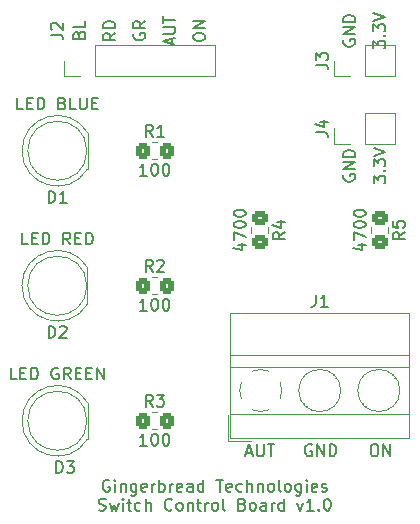
<source format=gbr>
%TF.GenerationSoftware,KiCad,Pcbnew,(6.0.9)*%
%TF.CreationDate,2023-08-13T20:03:35-07:00*%
%TF.ProjectId,LED_and_Switch_board,4c45445f-616e-4645-9f53-77697463685f,rev?*%
%TF.SameCoordinates,Original*%
%TF.FileFunction,Legend,Top*%
%TF.FilePolarity,Positive*%
%FSLAX46Y46*%
G04 Gerber Fmt 4.6, Leading zero omitted, Abs format (unit mm)*
G04 Created by KiCad (PCBNEW (6.0.9)) date 2023-08-13 20:03:35*
%MOMM*%
%LPD*%
G01*
G04 APERTURE LIST*
G04 Aperture macros list*
%AMRoundRect*
0 Rectangle with rounded corners*
0 $1 Rounding radius*
0 $2 $3 $4 $5 $6 $7 $8 $9 X,Y pos of 4 corners*
0 Add a 4 corners polygon primitive as box body*
4,1,4,$2,$3,$4,$5,$6,$7,$8,$9,$2,$3,0*
0 Add four circle primitives for the rounded corners*
1,1,$1+$1,$2,$3*
1,1,$1+$1,$4,$5*
1,1,$1+$1,$6,$7*
1,1,$1+$1,$8,$9*
0 Add four rect primitives between the rounded corners*
20,1,$1+$1,$2,$3,$4,$5,0*
20,1,$1+$1,$4,$5,$6,$7,0*
20,1,$1+$1,$6,$7,$8,$9,0*
20,1,$1+$1,$8,$9,$2,$3,0*%
G04 Aperture macros list end*
%ADD10C,0.150000*%
%ADD11C,0.120000*%
%ADD12R,1.700000X1.700000*%
%ADD13O,1.700000X1.700000*%
%ADD14R,2.800000X2.800000*%
%ADD15C,2.800000*%
%ADD16RoundRect,0.250000X-0.450000X0.350000X-0.450000X-0.350000X0.450000X-0.350000X0.450000X0.350000X0*%
%ADD17RoundRect,0.250000X-0.350000X-0.450000X0.350000X-0.450000X0.350000X0.450000X-0.350000X0.450000X0*%
%ADD18C,1.800000*%
%ADD19R,1.800000X1.800000*%
G04 APERTURE END LIST*
D10*
X155075000Y-96011904D02*
X155027380Y-96107142D01*
X155027380Y-96250000D01*
X155075000Y-96392857D01*
X155170238Y-96488095D01*
X155265476Y-96535714D01*
X155455952Y-96583333D01*
X155598809Y-96583333D01*
X155789285Y-96535714D01*
X155884523Y-96488095D01*
X155979761Y-96392857D01*
X156027380Y-96250000D01*
X156027380Y-96154761D01*
X155979761Y-96011904D01*
X155932142Y-95964285D01*
X155598809Y-95964285D01*
X155598809Y-96154761D01*
X156027380Y-95535714D02*
X155027380Y-95535714D01*
X156027380Y-94964285D01*
X155027380Y-94964285D01*
X156027380Y-94488095D02*
X155027380Y-94488095D01*
X155027380Y-94250000D01*
X155075000Y-94107142D01*
X155170238Y-94011904D01*
X155265476Y-93964285D01*
X155455952Y-93916666D01*
X155598809Y-93916666D01*
X155789285Y-93964285D01*
X155884523Y-94011904D01*
X155979761Y-94107142D01*
X156027380Y-94250000D01*
X156027380Y-94488095D01*
X157597380Y-96726190D02*
X157597380Y-96107142D01*
X157978333Y-96440476D01*
X157978333Y-96297619D01*
X158025952Y-96202380D01*
X158073571Y-96154761D01*
X158168809Y-96107142D01*
X158406904Y-96107142D01*
X158502142Y-96154761D01*
X158549761Y-96202380D01*
X158597380Y-96297619D01*
X158597380Y-96583333D01*
X158549761Y-96678571D01*
X158502142Y-96726190D01*
X158502142Y-95678571D02*
X158549761Y-95630952D01*
X158597380Y-95678571D01*
X158549761Y-95726190D01*
X158502142Y-95678571D01*
X158597380Y-95678571D01*
X157597380Y-95297619D02*
X157597380Y-94678571D01*
X157978333Y-95011904D01*
X157978333Y-94869047D01*
X158025952Y-94773809D01*
X158073571Y-94726190D01*
X158168809Y-94678571D01*
X158406904Y-94678571D01*
X158502142Y-94726190D01*
X158549761Y-94773809D01*
X158597380Y-94869047D01*
X158597380Y-95154761D01*
X158549761Y-95250000D01*
X158502142Y-95297619D01*
X157597380Y-94392857D02*
X158597380Y-94059523D01*
X157597380Y-93726190D01*
X135216428Y-121885000D02*
X135121190Y-121837380D01*
X134978333Y-121837380D01*
X134835476Y-121885000D01*
X134740238Y-121980238D01*
X134692619Y-122075476D01*
X134645000Y-122265952D01*
X134645000Y-122408809D01*
X134692619Y-122599285D01*
X134740238Y-122694523D01*
X134835476Y-122789761D01*
X134978333Y-122837380D01*
X135073571Y-122837380D01*
X135216428Y-122789761D01*
X135264047Y-122742142D01*
X135264047Y-122408809D01*
X135073571Y-122408809D01*
X135692619Y-122837380D02*
X135692619Y-122170714D01*
X135692619Y-121837380D02*
X135645000Y-121885000D01*
X135692619Y-121932619D01*
X135740238Y-121885000D01*
X135692619Y-121837380D01*
X135692619Y-121932619D01*
X136168809Y-122170714D02*
X136168809Y-122837380D01*
X136168809Y-122265952D02*
X136216428Y-122218333D01*
X136311666Y-122170714D01*
X136454523Y-122170714D01*
X136549761Y-122218333D01*
X136597380Y-122313571D01*
X136597380Y-122837380D01*
X137502142Y-122170714D02*
X137502142Y-122980238D01*
X137454523Y-123075476D01*
X137406904Y-123123095D01*
X137311666Y-123170714D01*
X137168809Y-123170714D01*
X137073571Y-123123095D01*
X137502142Y-122789761D02*
X137406904Y-122837380D01*
X137216428Y-122837380D01*
X137121190Y-122789761D01*
X137073571Y-122742142D01*
X137025952Y-122646904D01*
X137025952Y-122361190D01*
X137073571Y-122265952D01*
X137121190Y-122218333D01*
X137216428Y-122170714D01*
X137406904Y-122170714D01*
X137502142Y-122218333D01*
X138359285Y-122789761D02*
X138264047Y-122837380D01*
X138073571Y-122837380D01*
X137978333Y-122789761D01*
X137930714Y-122694523D01*
X137930714Y-122313571D01*
X137978333Y-122218333D01*
X138073571Y-122170714D01*
X138264047Y-122170714D01*
X138359285Y-122218333D01*
X138406904Y-122313571D01*
X138406904Y-122408809D01*
X137930714Y-122504047D01*
X138835476Y-122837380D02*
X138835476Y-122170714D01*
X138835476Y-122361190D02*
X138883095Y-122265952D01*
X138930714Y-122218333D01*
X139025952Y-122170714D01*
X139121190Y-122170714D01*
X139454523Y-122837380D02*
X139454523Y-121837380D01*
X139454523Y-122218333D02*
X139549761Y-122170714D01*
X139740238Y-122170714D01*
X139835476Y-122218333D01*
X139883095Y-122265952D01*
X139930714Y-122361190D01*
X139930714Y-122646904D01*
X139883095Y-122742142D01*
X139835476Y-122789761D01*
X139740238Y-122837380D01*
X139549761Y-122837380D01*
X139454523Y-122789761D01*
X140359285Y-122837380D02*
X140359285Y-122170714D01*
X140359285Y-122361190D02*
X140406904Y-122265952D01*
X140454523Y-122218333D01*
X140549761Y-122170714D01*
X140645000Y-122170714D01*
X141359285Y-122789761D02*
X141264047Y-122837380D01*
X141073571Y-122837380D01*
X140978333Y-122789761D01*
X140930714Y-122694523D01*
X140930714Y-122313571D01*
X140978333Y-122218333D01*
X141073571Y-122170714D01*
X141264047Y-122170714D01*
X141359285Y-122218333D01*
X141406904Y-122313571D01*
X141406904Y-122408809D01*
X140930714Y-122504047D01*
X142264047Y-122837380D02*
X142264047Y-122313571D01*
X142216428Y-122218333D01*
X142121190Y-122170714D01*
X141930714Y-122170714D01*
X141835476Y-122218333D01*
X142264047Y-122789761D02*
X142168809Y-122837380D01*
X141930714Y-122837380D01*
X141835476Y-122789761D01*
X141787857Y-122694523D01*
X141787857Y-122599285D01*
X141835476Y-122504047D01*
X141930714Y-122456428D01*
X142168809Y-122456428D01*
X142264047Y-122408809D01*
X143168809Y-122837380D02*
X143168809Y-121837380D01*
X143168809Y-122789761D02*
X143073571Y-122837380D01*
X142883095Y-122837380D01*
X142787857Y-122789761D01*
X142740238Y-122742142D01*
X142692619Y-122646904D01*
X142692619Y-122361190D01*
X142740238Y-122265952D01*
X142787857Y-122218333D01*
X142883095Y-122170714D01*
X143073571Y-122170714D01*
X143168809Y-122218333D01*
X144264047Y-121837380D02*
X144835476Y-121837380D01*
X144549761Y-122837380D02*
X144549761Y-121837380D01*
X145549761Y-122789761D02*
X145454523Y-122837380D01*
X145264047Y-122837380D01*
X145168809Y-122789761D01*
X145121190Y-122694523D01*
X145121190Y-122313571D01*
X145168809Y-122218333D01*
X145264047Y-122170714D01*
X145454523Y-122170714D01*
X145549761Y-122218333D01*
X145597380Y-122313571D01*
X145597380Y-122408809D01*
X145121190Y-122504047D01*
X146454523Y-122789761D02*
X146359285Y-122837380D01*
X146168809Y-122837380D01*
X146073571Y-122789761D01*
X146025952Y-122742142D01*
X145978333Y-122646904D01*
X145978333Y-122361190D01*
X146025952Y-122265952D01*
X146073571Y-122218333D01*
X146168809Y-122170714D01*
X146359285Y-122170714D01*
X146454523Y-122218333D01*
X146883095Y-122837380D02*
X146883095Y-121837380D01*
X147311666Y-122837380D02*
X147311666Y-122313571D01*
X147264047Y-122218333D01*
X147168809Y-122170714D01*
X147025952Y-122170714D01*
X146930714Y-122218333D01*
X146883095Y-122265952D01*
X147787857Y-122170714D02*
X147787857Y-122837380D01*
X147787857Y-122265952D02*
X147835476Y-122218333D01*
X147930714Y-122170714D01*
X148073571Y-122170714D01*
X148168809Y-122218333D01*
X148216428Y-122313571D01*
X148216428Y-122837380D01*
X148835476Y-122837380D02*
X148740238Y-122789761D01*
X148692619Y-122742142D01*
X148645000Y-122646904D01*
X148645000Y-122361190D01*
X148692619Y-122265952D01*
X148740238Y-122218333D01*
X148835476Y-122170714D01*
X148978333Y-122170714D01*
X149073571Y-122218333D01*
X149121190Y-122265952D01*
X149168809Y-122361190D01*
X149168809Y-122646904D01*
X149121190Y-122742142D01*
X149073571Y-122789761D01*
X148978333Y-122837380D01*
X148835476Y-122837380D01*
X149740238Y-122837380D02*
X149645000Y-122789761D01*
X149597380Y-122694523D01*
X149597380Y-121837380D01*
X150264047Y-122837380D02*
X150168809Y-122789761D01*
X150121190Y-122742142D01*
X150073571Y-122646904D01*
X150073571Y-122361190D01*
X150121190Y-122265952D01*
X150168809Y-122218333D01*
X150264047Y-122170714D01*
X150406904Y-122170714D01*
X150502142Y-122218333D01*
X150549761Y-122265952D01*
X150597380Y-122361190D01*
X150597380Y-122646904D01*
X150549761Y-122742142D01*
X150502142Y-122789761D01*
X150406904Y-122837380D01*
X150264047Y-122837380D01*
X151454523Y-122170714D02*
X151454523Y-122980238D01*
X151406904Y-123075476D01*
X151359285Y-123123095D01*
X151264047Y-123170714D01*
X151121190Y-123170714D01*
X151025952Y-123123095D01*
X151454523Y-122789761D02*
X151359285Y-122837380D01*
X151168809Y-122837380D01*
X151073571Y-122789761D01*
X151025952Y-122742142D01*
X150978333Y-122646904D01*
X150978333Y-122361190D01*
X151025952Y-122265952D01*
X151073571Y-122218333D01*
X151168809Y-122170714D01*
X151359285Y-122170714D01*
X151454523Y-122218333D01*
X151930714Y-122837380D02*
X151930714Y-122170714D01*
X151930714Y-121837380D02*
X151883095Y-121885000D01*
X151930714Y-121932619D01*
X151978333Y-121885000D01*
X151930714Y-121837380D01*
X151930714Y-121932619D01*
X152787857Y-122789761D02*
X152692619Y-122837380D01*
X152502142Y-122837380D01*
X152406904Y-122789761D01*
X152359285Y-122694523D01*
X152359285Y-122313571D01*
X152406904Y-122218333D01*
X152502142Y-122170714D01*
X152692619Y-122170714D01*
X152787857Y-122218333D01*
X152835476Y-122313571D01*
X152835476Y-122408809D01*
X152359285Y-122504047D01*
X153216428Y-122789761D02*
X153311666Y-122837380D01*
X153502142Y-122837380D01*
X153597380Y-122789761D01*
X153645000Y-122694523D01*
X153645000Y-122646904D01*
X153597380Y-122551666D01*
X153502142Y-122504047D01*
X153359285Y-122504047D01*
X153264047Y-122456428D01*
X153216428Y-122361190D01*
X153216428Y-122313571D01*
X153264047Y-122218333D01*
X153359285Y-122170714D01*
X153502142Y-122170714D01*
X153597380Y-122218333D01*
X134335476Y-124399761D02*
X134478333Y-124447380D01*
X134716428Y-124447380D01*
X134811666Y-124399761D01*
X134859285Y-124352142D01*
X134906904Y-124256904D01*
X134906904Y-124161666D01*
X134859285Y-124066428D01*
X134811666Y-124018809D01*
X134716428Y-123971190D01*
X134525952Y-123923571D01*
X134430714Y-123875952D01*
X134383095Y-123828333D01*
X134335476Y-123733095D01*
X134335476Y-123637857D01*
X134383095Y-123542619D01*
X134430714Y-123495000D01*
X134525952Y-123447380D01*
X134764047Y-123447380D01*
X134906904Y-123495000D01*
X135240238Y-123780714D02*
X135430714Y-124447380D01*
X135621190Y-123971190D01*
X135811666Y-124447380D01*
X136002142Y-123780714D01*
X136383095Y-124447380D02*
X136383095Y-123780714D01*
X136383095Y-123447380D02*
X136335476Y-123495000D01*
X136383095Y-123542619D01*
X136430714Y-123495000D01*
X136383095Y-123447380D01*
X136383095Y-123542619D01*
X136716428Y-123780714D02*
X137097380Y-123780714D01*
X136859285Y-123447380D02*
X136859285Y-124304523D01*
X136906904Y-124399761D01*
X137002142Y-124447380D01*
X137097380Y-124447380D01*
X137859285Y-124399761D02*
X137764047Y-124447380D01*
X137573571Y-124447380D01*
X137478333Y-124399761D01*
X137430714Y-124352142D01*
X137383095Y-124256904D01*
X137383095Y-123971190D01*
X137430714Y-123875952D01*
X137478333Y-123828333D01*
X137573571Y-123780714D01*
X137764047Y-123780714D01*
X137859285Y-123828333D01*
X138287857Y-124447380D02*
X138287857Y-123447380D01*
X138716428Y-124447380D02*
X138716428Y-123923571D01*
X138668809Y-123828333D01*
X138573571Y-123780714D01*
X138430714Y-123780714D01*
X138335476Y-123828333D01*
X138287857Y-123875952D01*
X140525952Y-124352142D02*
X140478333Y-124399761D01*
X140335476Y-124447380D01*
X140240238Y-124447380D01*
X140097380Y-124399761D01*
X140002142Y-124304523D01*
X139954523Y-124209285D01*
X139906904Y-124018809D01*
X139906904Y-123875952D01*
X139954523Y-123685476D01*
X140002142Y-123590238D01*
X140097380Y-123495000D01*
X140240238Y-123447380D01*
X140335476Y-123447380D01*
X140478333Y-123495000D01*
X140525952Y-123542619D01*
X141097380Y-124447380D02*
X141002142Y-124399761D01*
X140954523Y-124352142D01*
X140906904Y-124256904D01*
X140906904Y-123971190D01*
X140954523Y-123875952D01*
X141002142Y-123828333D01*
X141097380Y-123780714D01*
X141240238Y-123780714D01*
X141335476Y-123828333D01*
X141383095Y-123875952D01*
X141430714Y-123971190D01*
X141430714Y-124256904D01*
X141383095Y-124352142D01*
X141335476Y-124399761D01*
X141240238Y-124447380D01*
X141097380Y-124447380D01*
X141859285Y-123780714D02*
X141859285Y-124447380D01*
X141859285Y-123875952D02*
X141906904Y-123828333D01*
X142002142Y-123780714D01*
X142145000Y-123780714D01*
X142240238Y-123828333D01*
X142287857Y-123923571D01*
X142287857Y-124447380D01*
X142621190Y-123780714D02*
X143002142Y-123780714D01*
X142764047Y-123447380D02*
X142764047Y-124304523D01*
X142811666Y-124399761D01*
X142906904Y-124447380D01*
X143002142Y-124447380D01*
X143335476Y-124447380D02*
X143335476Y-123780714D01*
X143335476Y-123971190D02*
X143383095Y-123875952D01*
X143430714Y-123828333D01*
X143525952Y-123780714D01*
X143621190Y-123780714D01*
X144097380Y-124447380D02*
X144002142Y-124399761D01*
X143954523Y-124352142D01*
X143906904Y-124256904D01*
X143906904Y-123971190D01*
X143954523Y-123875952D01*
X144002142Y-123828333D01*
X144097380Y-123780714D01*
X144240238Y-123780714D01*
X144335476Y-123828333D01*
X144383095Y-123875952D01*
X144430714Y-123971190D01*
X144430714Y-124256904D01*
X144383095Y-124352142D01*
X144335476Y-124399761D01*
X144240238Y-124447380D01*
X144097380Y-124447380D01*
X145002142Y-124447380D02*
X144906904Y-124399761D01*
X144859285Y-124304523D01*
X144859285Y-123447380D01*
X146478333Y-123923571D02*
X146621190Y-123971190D01*
X146668809Y-124018809D01*
X146716428Y-124114047D01*
X146716428Y-124256904D01*
X146668809Y-124352142D01*
X146621190Y-124399761D01*
X146525952Y-124447380D01*
X146145000Y-124447380D01*
X146145000Y-123447380D01*
X146478333Y-123447380D01*
X146573571Y-123495000D01*
X146621190Y-123542619D01*
X146668809Y-123637857D01*
X146668809Y-123733095D01*
X146621190Y-123828333D01*
X146573571Y-123875952D01*
X146478333Y-123923571D01*
X146145000Y-123923571D01*
X147287857Y-124447380D02*
X147192619Y-124399761D01*
X147145000Y-124352142D01*
X147097380Y-124256904D01*
X147097380Y-123971190D01*
X147145000Y-123875952D01*
X147192619Y-123828333D01*
X147287857Y-123780714D01*
X147430714Y-123780714D01*
X147525952Y-123828333D01*
X147573571Y-123875952D01*
X147621190Y-123971190D01*
X147621190Y-124256904D01*
X147573571Y-124352142D01*
X147525952Y-124399761D01*
X147430714Y-124447380D01*
X147287857Y-124447380D01*
X148478333Y-124447380D02*
X148478333Y-123923571D01*
X148430714Y-123828333D01*
X148335476Y-123780714D01*
X148145000Y-123780714D01*
X148049761Y-123828333D01*
X148478333Y-124399761D02*
X148383095Y-124447380D01*
X148145000Y-124447380D01*
X148049761Y-124399761D01*
X148002142Y-124304523D01*
X148002142Y-124209285D01*
X148049761Y-124114047D01*
X148145000Y-124066428D01*
X148383095Y-124066428D01*
X148478333Y-124018809D01*
X148954523Y-124447380D02*
X148954523Y-123780714D01*
X148954523Y-123971190D02*
X149002142Y-123875952D01*
X149049761Y-123828333D01*
X149145000Y-123780714D01*
X149240238Y-123780714D01*
X150002142Y-124447380D02*
X150002142Y-123447380D01*
X150002142Y-124399761D02*
X149906904Y-124447380D01*
X149716428Y-124447380D01*
X149621190Y-124399761D01*
X149573571Y-124352142D01*
X149525952Y-124256904D01*
X149525952Y-123971190D01*
X149573571Y-123875952D01*
X149621190Y-123828333D01*
X149716428Y-123780714D01*
X149906904Y-123780714D01*
X150002142Y-123828333D01*
X151145000Y-123780714D02*
X151383095Y-124447380D01*
X151621190Y-123780714D01*
X152525952Y-124447380D02*
X151954523Y-124447380D01*
X152240238Y-124447380D02*
X152240238Y-123447380D01*
X152145000Y-123590238D01*
X152049761Y-123685476D01*
X151954523Y-123733095D01*
X152954523Y-124352142D02*
X153002142Y-124399761D01*
X152954523Y-124447380D01*
X152906904Y-124399761D01*
X152954523Y-124352142D01*
X152954523Y-124447380D01*
X153621190Y-123447380D02*
X153716428Y-123447380D01*
X153811666Y-123495000D01*
X153859285Y-123542619D01*
X153906904Y-123637857D01*
X153954523Y-123828333D01*
X153954523Y-124066428D01*
X153906904Y-124256904D01*
X153859285Y-124352142D01*
X153811666Y-124399761D01*
X153716428Y-124447380D01*
X153621190Y-124447380D01*
X153525952Y-124399761D01*
X153478333Y-124352142D01*
X153430714Y-124256904D01*
X153383095Y-124066428D01*
X153383095Y-123828333D01*
X153430714Y-123637857D01*
X153478333Y-123542619D01*
X153525952Y-123495000D01*
X153621190Y-123447380D01*
%TO.C,J4*%
X152697380Y-92408333D02*
X153411666Y-92408333D01*
X153554523Y-92455952D01*
X153649761Y-92551190D01*
X153697380Y-92694047D01*
X153697380Y-92789285D01*
X153030714Y-91503571D02*
X153697380Y-91503571D01*
X152649761Y-91741666D02*
X153364047Y-91979761D01*
X153364047Y-91360714D01*
%TO.C,J1*%
X152701666Y-106172380D02*
X152701666Y-106886666D01*
X152654047Y-107029523D01*
X152558809Y-107124761D01*
X152415952Y-107172380D01*
X152320714Y-107172380D01*
X153701666Y-107172380D02*
X153130238Y-107172380D01*
X153415952Y-107172380D02*
X153415952Y-106172380D01*
X153320714Y-106315238D01*
X153225476Y-106410476D01*
X153130238Y-106458095D01*
X157575952Y-118832380D02*
X157766428Y-118832380D01*
X157861666Y-118880000D01*
X157956904Y-118975238D01*
X158004523Y-119165714D01*
X158004523Y-119499047D01*
X157956904Y-119689523D01*
X157861666Y-119784761D01*
X157766428Y-119832380D01*
X157575952Y-119832380D01*
X157480714Y-119784761D01*
X157385476Y-119689523D01*
X157337857Y-119499047D01*
X157337857Y-119165714D01*
X157385476Y-118975238D01*
X157480714Y-118880000D01*
X157575952Y-118832380D01*
X158433095Y-119832380D02*
X158433095Y-118832380D01*
X159004523Y-119832380D01*
X159004523Y-118832380D01*
X152353095Y-118880000D02*
X152257857Y-118832380D01*
X152115000Y-118832380D01*
X151972142Y-118880000D01*
X151876904Y-118975238D01*
X151829285Y-119070476D01*
X151781666Y-119260952D01*
X151781666Y-119403809D01*
X151829285Y-119594285D01*
X151876904Y-119689523D01*
X151972142Y-119784761D01*
X152115000Y-119832380D01*
X152210238Y-119832380D01*
X152353095Y-119784761D01*
X152400714Y-119737142D01*
X152400714Y-119403809D01*
X152210238Y-119403809D01*
X152829285Y-119832380D02*
X152829285Y-118832380D01*
X153400714Y-119832380D01*
X153400714Y-118832380D01*
X153876904Y-119832380D02*
X153876904Y-118832380D01*
X154115000Y-118832380D01*
X154257857Y-118880000D01*
X154353095Y-118975238D01*
X154400714Y-119070476D01*
X154448333Y-119260952D01*
X154448333Y-119403809D01*
X154400714Y-119594285D01*
X154353095Y-119689523D01*
X154257857Y-119784761D01*
X154115000Y-119832380D01*
X153876904Y-119832380D01*
X146812142Y-119546666D02*
X147288333Y-119546666D01*
X146716904Y-119832380D02*
X147050238Y-118832380D01*
X147383571Y-119832380D01*
X147716904Y-118832380D02*
X147716904Y-119641904D01*
X147764523Y-119737142D01*
X147812142Y-119784761D01*
X147907380Y-119832380D01*
X148097857Y-119832380D01*
X148193095Y-119784761D01*
X148240714Y-119737142D01*
X148288333Y-119641904D01*
X148288333Y-118832380D01*
X148621666Y-118832380D02*
X149193095Y-118832380D01*
X148907380Y-119832380D02*
X148907380Y-118832380D01*
%TO.C,J3*%
X152697380Y-86693333D02*
X153411666Y-86693333D01*
X153554523Y-86740952D01*
X153649761Y-86836190D01*
X153697380Y-86979047D01*
X153697380Y-87074285D01*
X152697380Y-86312380D02*
X152697380Y-85693333D01*
X153078333Y-86026666D01*
X153078333Y-85883809D01*
X153125952Y-85788571D01*
X153173571Y-85740952D01*
X153268809Y-85693333D01*
X153506904Y-85693333D01*
X153602142Y-85740952D01*
X153649761Y-85788571D01*
X153697380Y-85883809D01*
X153697380Y-86169523D01*
X153649761Y-86264761D01*
X153602142Y-86312380D01*
X157567380Y-85296190D02*
X157567380Y-84677142D01*
X157948333Y-85010476D01*
X157948333Y-84867619D01*
X157995952Y-84772380D01*
X158043571Y-84724761D01*
X158138809Y-84677142D01*
X158376904Y-84677142D01*
X158472142Y-84724761D01*
X158519761Y-84772380D01*
X158567380Y-84867619D01*
X158567380Y-85153333D01*
X158519761Y-85248571D01*
X158472142Y-85296190D01*
X158472142Y-84248571D02*
X158519761Y-84200952D01*
X158567380Y-84248571D01*
X158519761Y-84296190D01*
X158472142Y-84248571D01*
X158567380Y-84248571D01*
X157567380Y-83867619D02*
X157567380Y-83248571D01*
X157948333Y-83581904D01*
X157948333Y-83439047D01*
X157995952Y-83343809D01*
X158043571Y-83296190D01*
X158138809Y-83248571D01*
X158376904Y-83248571D01*
X158472142Y-83296190D01*
X158519761Y-83343809D01*
X158567380Y-83439047D01*
X158567380Y-83724761D01*
X158519761Y-83820000D01*
X158472142Y-83867619D01*
X157567380Y-82962857D02*
X158567380Y-82629523D01*
X157567380Y-82296190D01*
X155075000Y-84581904D02*
X155027380Y-84677142D01*
X155027380Y-84820000D01*
X155075000Y-84962857D01*
X155170238Y-85058095D01*
X155265476Y-85105714D01*
X155455952Y-85153333D01*
X155598809Y-85153333D01*
X155789285Y-85105714D01*
X155884523Y-85058095D01*
X155979761Y-84962857D01*
X156027380Y-84820000D01*
X156027380Y-84724761D01*
X155979761Y-84581904D01*
X155932142Y-84534285D01*
X155598809Y-84534285D01*
X155598809Y-84724761D01*
X156027380Y-84105714D02*
X155027380Y-84105714D01*
X156027380Y-83534285D01*
X155027380Y-83534285D01*
X156027380Y-83058095D02*
X155027380Y-83058095D01*
X155027380Y-82820000D01*
X155075000Y-82677142D01*
X155170238Y-82581904D01*
X155265476Y-82534285D01*
X155455952Y-82486666D01*
X155598809Y-82486666D01*
X155789285Y-82534285D01*
X155884523Y-82581904D01*
X155979761Y-82677142D01*
X156027380Y-82820000D01*
X156027380Y-83058095D01*
%TO.C,J2*%
X130262380Y-84153333D02*
X130976666Y-84153333D01*
X131119523Y-84200952D01*
X131214761Y-84296190D01*
X131262380Y-84439047D01*
X131262380Y-84534285D01*
X130357619Y-83724761D02*
X130310000Y-83677142D01*
X130262380Y-83581904D01*
X130262380Y-83343809D01*
X130310000Y-83248571D01*
X130357619Y-83200952D01*
X130452857Y-83153333D01*
X130548095Y-83153333D01*
X130690952Y-83200952D01*
X131262380Y-83772380D01*
X131262380Y-83153333D01*
X132648571Y-84153333D02*
X132696190Y-84010476D01*
X132743809Y-83962857D01*
X132839047Y-83915238D01*
X132981904Y-83915238D01*
X133077142Y-83962857D01*
X133124761Y-84010476D01*
X133172380Y-84105714D01*
X133172380Y-84486666D01*
X132172380Y-84486666D01*
X132172380Y-84153333D01*
X132220000Y-84058095D01*
X132267619Y-84010476D01*
X132362857Y-83962857D01*
X132458095Y-83962857D01*
X132553333Y-84010476D01*
X132600952Y-84058095D01*
X132648571Y-84153333D01*
X132648571Y-84486666D01*
X133172380Y-83010476D02*
X133172380Y-83486666D01*
X132172380Y-83486666D01*
X135712380Y-84010476D02*
X135236190Y-84343809D01*
X135712380Y-84581904D02*
X134712380Y-84581904D01*
X134712380Y-84200952D01*
X134760000Y-84105714D01*
X134807619Y-84058095D01*
X134902857Y-84010476D01*
X135045714Y-84010476D01*
X135140952Y-84058095D01*
X135188571Y-84105714D01*
X135236190Y-84200952D01*
X135236190Y-84581904D01*
X135712380Y-83581904D02*
X134712380Y-83581904D01*
X134712380Y-83343809D01*
X134760000Y-83200952D01*
X134855238Y-83105714D01*
X134950476Y-83058095D01*
X135140952Y-83010476D01*
X135283809Y-83010476D01*
X135474285Y-83058095D01*
X135569523Y-83105714D01*
X135664761Y-83200952D01*
X135712380Y-83343809D01*
X135712380Y-83581904D01*
X137300000Y-84058095D02*
X137252380Y-84153333D01*
X137252380Y-84296190D01*
X137300000Y-84439047D01*
X137395238Y-84534285D01*
X137490476Y-84581904D01*
X137680952Y-84629523D01*
X137823809Y-84629523D01*
X138014285Y-84581904D01*
X138109523Y-84534285D01*
X138204761Y-84439047D01*
X138252380Y-84296190D01*
X138252380Y-84200952D01*
X138204761Y-84058095D01*
X138157142Y-84010476D01*
X137823809Y-84010476D01*
X137823809Y-84200952D01*
X138252380Y-83010476D02*
X137776190Y-83343809D01*
X138252380Y-83581904D02*
X137252380Y-83581904D01*
X137252380Y-83200952D01*
X137300000Y-83105714D01*
X137347619Y-83058095D01*
X137442857Y-83010476D01*
X137585714Y-83010476D01*
X137680952Y-83058095D01*
X137728571Y-83105714D01*
X137776190Y-83200952D01*
X137776190Y-83581904D01*
X140506666Y-84962857D02*
X140506666Y-84486666D01*
X140792380Y-85058095D02*
X139792380Y-84724761D01*
X140792380Y-84391428D01*
X139792380Y-84058095D02*
X140601904Y-84058095D01*
X140697142Y-84010476D01*
X140744761Y-83962857D01*
X140792380Y-83867619D01*
X140792380Y-83677142D01*
X140744761Y-83581904D01*
X140697142Y-83534285D01*
X140601904Y-83486666D01*
X139792380Y-83486666D01*
X139792380Y-83153333D02*
X139792380Y-82581904D01*
X140792380Y-82867619D02*
X139792380Y-82867619D01*
X142332380Y-84439047D02*
X142332380Y-84248571D01*
X142380000Y-84153333D01*
X142475238Y-84058095D01*
X142665714Y-84010476D01*
X142999047Y-84010476D01*
X143189523Y-84058095D01*
X143284761Y-84153333D01*
X143332380Y-84248571D01*
X143332380Y-84439047D01*
X143284761Y-84534285D01*
X143189523Y-84629523D01*
X142999047Y-84677142D01*
X142665714Y-84677142D01*
X142475238Y-84629523D01*
X142380000Y-84534285D01*
X142332380Y-84439047D01*
X143332380Y-83581904D02*
X142332380Y-83581904D01*
X143332380Y-83010476D01*
X142332380Y-83010476D01*
%TO.C,R5*%
X160217380Y-100861666D02*
X159741190Y-101195000D01*
X160217380Y-101433095D02*
X159217380Y-101433095D01*
X159217380Y-101052142D01*
X159265000Y-100956904D01*
X159312619Y-100909285D01*
X159407857Y-100861666D01*
X159550714Y-100861666D01*
X159645952Y-100909285D01*
X159693571Y-100956904D01*
X159741190Y-101052142D01*
X159741190Y-101433095D01*
X159217380Y-99956904D02*
X159217380Y-100433095D01*
X159693571Y-100480714D01*
X159645952Y-100433095D01*
X159598333Y-100337857D01*
X159598333Y-100099761D01*
X159645952Y-100004523D01*
X159693571Y-99956904D01*
X159788809Y-99909285D01*
X160026904Y-99909285D01*
X160122142Y-99956904D01*
X160169761Y-100004523D01*
X160217380Y-100099761D01*
X160217380Y-100337857D01*
X160169761Y-100433095D01*
X160122142Y-100480714D01*
X156250714Y-101933095D02*
X156917380Y-101933095D01*
X155869761Y-102171190D02*
X156584047Y-102409285D01*
X156584047Y-101790238D01*
X155917380Y-101504523D02*
X155917380Y-100837857D01*
X156917380Y-101266428D01*
X155917380Y-100266428D02*
X155917380Y-100171190D01*
X155965000Y-100075952D01*
X156012619Y-100028333D01*
X156107857Y-99980714D01*
X156298333Y-99933095D01*
X156536428Y-99933095D01*
X156726904Y-99980714D01*
X156822142Y-100028333D01*
X156869761Y-100075952D01*
X156917380Y-100171190D01*
X156917380Y-100266428D01*
X156869761Y-100361666D01*
X156822142Y-100409285D01*
X156726904Y-100456904D01*
X156536428Y-100504523D01*
X156298333Y-100504523D01*
X156107857Y-100456904D01*
X156012619Y-100409285D01*
X155965000Y-100361666D01*
X155917380Y-100266428D01*
X155917380Y-99314047D02*
X155917380Y-99218809D01*
X155965000Y-99123571D01*
X156012619Y-99075952D01*
X156107857Y-99028333D01*
X156298333Y-98980714D01*
X156536428Y-98980714D01*
X156726904Y-99028333D01*
X156822142Y-99075952D01*
X156869761Y-99123571D01*
X156917380Y-99218809D01*
X156917380Y-99314047D01*
X156869761Y-99409285D01*
X156822142Y-99456904D01*
X156726904Y-99504523D01*
X156536428Y-99552142D01*
X156298333Y-99552142D01*
X156107857Y-99504523D01*
X156012619Y-99456904D01*
X155965000Y-99409285D01*
X155917380Y-99314047D01*
%TO.C,R4*%
X150057380Y-100861666D02*
X149581190Y-101195000D01*
X150057380Y-101433095D02*
X149057380Y-101433095D01*
X149057380Y-101052142D01*
X149105000Y-100956904D01*
X149152619Y-100909285D01*
X149247857Y-100861666D01*
X149390714Y-100861666D01*
X149485952Y-100909285D01*
X149533571Y-100956904D01*
X149581190Y-101052142D01*
X149581190Y-101433095D01*
X149390714Y-100004523D02*
X150057380Y-100004523D01*
X149009761Y-100242619D02*
X149724047Y-100480714D01*
X149724047Y-99861666D01*
X146090714Y-101933095D02*
X146757380Y-101933095D01*
X145709761Y-102171190D02*
X146424047Y-102409285D01*
X146424047Y-101790238D01*
X145757380Y-101504523D02*
X145757380Y-100837857D01*
X146757380Y-101266428D01*
X145757380Y-100266428D02*
X145757380Y-100171190D01*
X145805000Y-100075952D01*
X145852619Y-100028333D01*
X145947857Y-99980714D01*
X146138333Y-99933095D01*
X146376428Y-99933095D01*
X146566904Y-99980714D01*
X146662142Y-100028333D01*
X146709761Y-100075952D01*
X146757380Y-100171190D01*
X146757380Y-100266428D01*
X146709761Y-100361666D01*
X146662142Y-100409285D01*
X146566904Y-100456904D01*
X146376428Y-100504523D01*
X146138333Y-100504523D01*
X145947857Y-100456904D01*
X145852619Y-100409285D01*
X145805000Y-100361666D01*
X145757380Y-100266428D01*
X145757380Y-99314047D02*
X145757380Y-99218809D01*
X145805000Y-99123571D01*
X145852619Y-99075952D01*
X145947857Y-99028333D01*
X146138333Y-98980714D01*
X146376428Y-98980714D01*
X146566904Y-99028333D01*
X146662142Y-99075952D01*
X146709761Y-99123571D01*
X146757380Y-99218809D01*
X146757380Y-99314047D01*
X146709761Y-99409285D01*
X146662142Y-99456904D01*
X146566904Y-99504523D01*
X146376428Y-99552142D01*
X146138333Y-99552142D01*
X145947857Y-99504523D01*
X145852619Y-99456904D01*
X145805000Y-99409285D01*
X145757380Y-99314047D01*
%TO.C,R3*%
X138898333Y-115642380D02*
X138565000Y-115166190D01*
X138326904Y-115642380D02*
X138326904Y-114642380D01*
X138707857Y-114642380D01*
X138803095Y-114690000D01*
X138850714Y-114737619D01*
X138898333Y-114832857D01*
X138898333Y-114975714D01*
X138850714Y-115070952D01*
X138803095Y-115118571D01*
X138707857Y-115166190D01*
X138326904Y-115166190D01*
X139231666Y-114642380D02*
X139850714Y-114642380D01*
X139517380Y-115023333D01*
X139660238Y-115023333D01*
X139755476Y-115070952D01*
X139803095Y-115118571D01*
X139850714Y-115213809D01*
X139850714Y-115451904D01*
X139803095Y-115547142D01*
X139755476Y-115594761D01*
X139660238Y-115642380D01*
X139374523Y-115642380D01*
X139279285Y-115594761D01*
X139231666Y-115547142D01*
X138398333Y-118942380D02*
X137826904Y-118942380D01*
X138112619Y-118942380D02*
X138112619Y-117942380D01*
X138017380Y-118085238D01*
X137922142Y-118180476D01*
X137826904Y-118228095D01*
X139017380Y-117942380D02*
X139112619Y-117942380D01*
X139207857Y-117990000D01*
X139255476Y-118037619D01*
X139303095Y-118132857D01*
X139350714Y-118323333D01*
X139350714Y-118561428D01*
X139303095Y-118751904D01*
X139255476Y-118847142D01*
X139207857Y-118894761D01*
X139112619Y-118942380D01*
X139017380Y-118942380D01*
X138922142Y-118894761D01*
X138874523Y-118847142D01*
X138826904Y-118751904D01*
X138779285Y-118561428D01*
X138779285Y-118323333D01*
X138826904Y-118132857D01*
X138874523Y-118037619D01*
X138922142Y-117990000D01*
X139017380Y-117942380D01*
X139969761Y-117942380D02*
X140065000Y-117942380D01*
X140160238Y-117990000D01*
X140207857Y-118037619D01*
X140255476Y-118132857D01*
X140303095Y-118323333D01*
X140303095Y-118561428D01*
X140255476Y-118751904D01*
X140207857Y-118847142D01*
X140160238Y-118894761D01*
X140065000Y-118942380D01*
X139969761Y-118942380D01*
X139874523Y-118894761D01*
X139826904Y-118847142D01*
X139779285Y-118751904D01*
X139731666Y-118561428D01*
X139731666Y-118323333D01*
X139779285Y-118132857D01*
X139826904Y-118037619D01*
X139874523Y-117990000D01*
X139969761Y-117942380D01*
%TO.C,R2*%
X138898333Y-104212380D02*
X138565000Y-103736190D01*
X138326904Y-104212380D02*
X138326904Y-103212380D01*
X138707857Y-103212380D01*
X138803095Y-103260000D01*
X138850714Y-103307619D01*
X138898333Y-103402857D01*
X138898333Y-103545714D01*
X138850714Y-103640952D01*
X138803095Y-103688571D01*
X138707857Y-103736190D01*
X138326904Y-103736190D01*
X139279285Y-103307619D02*
X139326904Y-103260000D01*
X139422142Y-103212380D01*
X139660238Y-103212380D01*
X139755476Y-103260000D01*
X139803095Y-103307619D01*
X139850714Y-103402857D01*
X139850714Y-103498095D01*
X139803095Y-103640952D01*
X139231666Y-104212380D01*
X139850714Y-104212380D01*
X138398333Y-107512380D02*
X137826904Y-107512380D01*
X138112619Y-107512380D02*
X138112619Y-106512380D01*
X138017380Y-106655238D01*
X137922142Y-106750476D01*
X137826904Y-106798095D01*
X139017380Y-106512380D02*
X139112619Y-106512380D01*
X139207857Y-106560000D01*
X139255476Y-106607619D01*
X139303095Y-106702857D01*
X139350714Y-106893333D01*
X139350714Y-107131428D01*
X139303095Y-107321904D01*
X139255476Y-107417142D01*
X139207857Y-107464761D01*
X139112619Y-107512380D01*
X139017380Y-107512380D01*
X138922142Y-107464761D01*
X138874523Y-107417142D01*
X138826904Y-107321904D01*
X138779285Y-107131428D01*
X138779285Y-106893333D01*
X138826904Y-106702857D01*
X138874523Y-106607619D01*
X138922142Y-106560000D01*
X139017380Y-106512380D01*
X139969761Y-106512380D02*
X140065000Y-106512380D01*
X140160238Y-106560000D01*
X140207857Y-106607619D01*
X140255476Y-106702857D01*
X140303095Y-106893333D01*
X140303095Y-107131428D01*
X140255476Y-107321904D01*
X140207857Y-107417142D01*
X140160238Y-107464761D01*
X140065000Y-107512380D01*
X139969761Y-107512380D01*
X139874523Y-107464761D01*
X139826904Y-107417142D01*
X139779285Y-107321904D01*
X139731666Y-107131428D01*
X139731666Y-106893333D01*
X139779285Y-106702857D01*
X139826904Y-106607619D01*
X139874523Y-106560000D01*
X139969761Y-106512380D01*
%TO.C,R1*%
X138898333Y-92782380D02*
X138565000Y-92306190D01*
X138326904Y-92782380D02*
X138326904Y-91782380D01*
X138707857Y-91782380D01*
X138803095Y-91830000D01*
X138850714Y-91877619D01*
X138898333Y-91972857D01*
X138898333Y-92115714D01*
X138850714Y-92210952D01*
X138803095Y-92258571D01*
X138707857Y-92306190D01*
X138326904Y-92306190D01*
X139850714Y-92782380D02*
X139279285Y-92782380D01*
X139565000Y-92782380D02*
X139565000Y-91782380D01*
X139469761Y-91925238D01*
X139374523Y-92020476D01*
X139279285Y-92068095D01*
X138398333Y-96082380D02*
X137826904Y-96082380D01*
X138112619Y-96082380D02*
X138112619Y-95082380D01*
X138017380Y-95225238D01*
X137922142Y-95320476D01*
X137826904Y-95368095D01*
X139017380Y-95082380D02*
X139112619Y-95082380D01*
X139207857Y-95130000D01*
X139255476Y-95177619D01*
X139303095Y-95272857D01*
X139350714Y-95463333D01*
X139350714Y-95701428D01*
X139303095Y-95891904D01*
X139255476Y-95987142D01*
X139207857Y-96034761D01*
X139112619Y-96082380D01*
X139017380Y-96082380D01*
X138922142Y-96034761D01*
X138874523Y-95987142D01*
X138826904Y-95891904D01*
X138779285Y-95701428D01*
X138779285Y-95463333D01*
X138826904Y-95272857D01*
X138874523Y-95177619D01*
X138922142Y-95130000D01*
X139017380Y-95082380D01*
X139969761Y-95082380D02*
X140065000Y-95082380D01*
X140160238Y-95130000D01*
X140207857Y-95177619D01*
X140255476Y-95272857D01*
X140303095Y-95463333D01*
X140303095Y-95701428D01*
X140255476Y-95891904D01*
X140207857Y-95987142D01*
X140160238Y-96034761D01*
X140065000Y-96082380D01*
X139969761Y-96082380D01*
X139874523Y-96034761D01*
X139826904Y-95987142D01*
X139779285Y-95891904D01*
X139731666Y-95701428D01*
X139731666Y-95463333D01*
X139779285Y-95272857D01*
X139826904Y-95177619D01*
X139874523Y-95130000D01*
X139969761Y-95082380D01*
%TO.C,D3*%
X130706904Y-121252380D02*
X130706904Y-120252380D01*
X130945000Y-120252380D01*
X131087857Y-120300000D01*
X131183095Y-120395238D01*
X131230714Y-120490476D01*
X131278333Y-120680952D01*
X131278333Y-120823809D01*
X131230714Y-121014285D01*
X131183095Y-121109523D01*
X131087857Y-121204761D01*
X130945000Y-121252380D01*
X130706904Y-121252380D01*
X131611666Y-120252380D02*
X132230714Y-120252380D01*
X131897380Y-120633333D01*
X132040238Y-120633333D01*
X132135476Y-120680952D01*
X132183095Y-120728571D01*
X132230714Y-120823809D01*
X132230714Y-121061904D01*
X132183095Y-121157142D01*
X132135476Y-121204761D01*
X132040238Y-121252380D01*
X131754523Y-121252380D01*
X131659285Y-121204761D01*
X131611666Y-121157142D01*
X127362619Y-113332380D02*
X126886428Y-113332380D01*
X126886428Y-112332380D01*
X127695952Y-112808571D02*
X128029285Y-112808571D01*
X128172142Y-113332380D02*
X127695952Y-113332380D01*
X127695952Y-112332380D01*
X128172142Y-112332380D01*
X128600714Y-113332380D02*
X128600714Y-112332380D01*
X128838809Y-112332380D01*
X128981666Y-112380000D01*
X129076904Y-112475238D01*
X129124523Y-112570476D01*
X129172142Y-112760952D01*
X129172142Y-112903809D01*
X129124523Y-113094285D01*
X129076904Y-113189523D01*
X128981666Y-113284761D01*
X128838809Y-113332380D01*
X128600714Y-113332380D01*
X130886428Y-112380000D02*
X130791190Y-112332380D01*
X130648333Y-112332380D01*
X130505476Y-112380000D01*
X130410238Y-112475238D01*
X130362619Y-112570476D01*
X130315000Y-112760952D01*
X130315000Y-112903809D01*
X130362619Y-113094285D01*
X130410238Y-113189523D01*
X130505476Y-113284761D01*
X130648333Y-113332380D01*
X130743571Y-113332380D01*
X130886428Y-113284761D01*
X130934047Y-113237142D01*
X130934047Y-112903809D01*
X130743571Y-112903809D01*
X131934047Y-113332380D02*
X131600714Y-112856190D01*
X131362619Y-113332380D02*
X131362619Y-112332380D01*
X131743571Y-112332380D01*
X131838809Y-112380000D01*
X131886428Y-112427619D01*
X131934047Y-112522857D01*
X131934047Y-112665714D01*
X131886428Y-112760952D01*
X131838809Y-112808571D01*
X131743571Y-112856190D01*
X131362619Y-112856190D01*
X132362619Y-112808571D02*
X132695952Y-112808571D01*
X132838809Y-113332380D02*
X132362619Y-113332380D01*
X132362619Y-112332380D01*
X132838809Y-112332380D01*
X133267380Y-112808571D02*
X133600714Y-112808571D01*
X133743571Y-113332380D02*
X133267380Y-113332380D01*
X133267380Y-112332380D01*
X133743571Y-112332380D01*
X134172142Y-113332380D02*
X134172142Y-112332380D01*
X134743571Y-113332380D01*
X134743571Y-112332380D01*
%TO.C,D2*%
X130071904Y-109822380D02*
X130071904Y-108822380D01*
X130310000Y-108822380D01*
X130452857Y-108870000D01*
X130548095Y-108965238D01*
X130595714Y-109060476D01*
X130643333Y-109250952D01*
X130643333Y-109393809D01*
X130595714Y-109584285D01*
X130548095Y-109679523D01*
X130452857Y-109774761D01*
X130310000Y-109822380D01*
X130071904Y-109822380D01*
X131024285Y-108917619D02*
X131071904Y-108870000D01*
X131167142Y-108822380D01*
X131405238Y-108822380D01*
X131500476Y-108870000D01*
X131548095Y-108917619D01*
X131595714Y-109012857D01*
X131595714Y-109108095D01*
X131548095Y-109250952D01*
X130976666Y-109822380D01*
X131595714Y-109822380D01*
X128333809Y-101902380D02*
X127857619Y-101902380D01*
X127857619Y-100902380D01*
X128667142Y-101378571D02*
X129000476Y-101378571D01*
X129143333Y-101902380D02*
X128667142Y-101902380D01*
X128667142Y-100902380D01*
X129143333Y-100902380D01*
X129571904Y-101902380D02*
X129571904Y-100902380D01*
X129810000Y-100902380D01*
X129952857Y-100950000D01*
X130048095Y-101045238D01*
X130095714Y-101140476D01*
X130143333Y-101330952D01*
X130143333Y-101473809D01*
X130095714Y-101664285D01*
X130048095Y-101759523D01*
X129952857Y-101854761D01*
X129810000Y-101902380D01*
X129571904Y-101902380D01*
X131905238Y-101902380D02*
X131571904Y-101426190D01*
X131333809Y-101902380D02*
X131333809Y-100902380D01*
X131714761Y-100902380D01*
X131810000Y-100950000D01*
X131857619Y-100997619D01*
X131905238Y-101092857D01*
X131905238Y-101235714D01*
X131857619Y-101330952D01*
X131810000Y-101378571D01*
X131714761Y-101426190D01*
X131333809Y-101426190D01*
X132333809Y-101378571D02*
X132667142Y-101378571D01*
X132810000Y-101902380D02*
X132333809Y-101902380D01*
X132333809Y-100902380D01*
X132810000Y-100902380D01*
X133238571Y-101902380D02*
X133238571Y-100902380D01*
X133476666Y-100902380D01*
X133619523Y-100950000D01*
X133714761Y-101045238D01*
X133762380Y-101140476D01*
X133810000Y-101330952D01*
X133810000Y-101473809D01*
X133762380Y-101664285D01*
X133714761Y-101759523D01*
X133619523Y-101854761D01*
X133476666Y-101902380D01*
X133238571Y-101902380D01*
%TO.C,D1*%
X130076904Y-98392380D02*
X130076904Y-97392380D01*
X130315000Y-97392380D01*
X130457857Y-97440000D01*
X130553095Y-97535238D01*
X130600714Y-97630476D01*
X130648333Y-97820952D01*
X130648333Y-97963809D01*
X130600714Y-98154285D01*
X130553095Y-98249523D01*
X130457857Y-98344761D01*
X130315000Y-98392380D01*
X130076904Y-98392380D01*
X131600714Y-98392380D02*
X131029285Y-98392380D01*
X131315000Y-98392380D02*
X131315000Y-97392380D01*
X131219761Y-97535238D01*
X131124523Y-97630476D01*
X131029285Y-97678095D01*
X127910238Y-90472380D02*
X127434047Y-90472380D01*
X127434047Y-89472380D01*
X128243571Y-89948571D02*
X128576904Y-89948571D01*
X128719761Y-90472380D02*
X128243571Y-90472380D01*
X128243571Y-89472380D01*
X128719761Y-89472380D01*
X129148333Y-90472380D02*
X129148333Y-89472380D01*
X129386428Y-89472380D01*
X129529285Y-89520000D01*
X129624523Y-89615238D01*
X129672142Y-89710476D01*
X129719761Y-89900952D01*
X129719761Y-90043809D01*
X129672142Y-90234285D01*
X129624523Y-90329523D01*
X129529285Y-90424761D01*
X129386428Y-90472380D01*
X129148333Y-90472380D01*
X131243571Y-89948571D02*
X131386428Y-89996190D01*
X131434047Y-90043809D01*
X131481666Y-90139047D01*
X131481666Y-90281904D01*
X131434047Y-90377142D01*
X131386428Y-90424761D01*
X131291190Y-90472380D01*
X130910238Y-90472380D01*
X130910238Y-89472380D01*
X131243571Y-89472380D01*
X131338809Y-89520000D01*
X131386428Y-89567619D01*
X131434047Y-89662857D01*
X131434047Y-89758095D01*
X131386428Y-89853333D01*
X131338809Y-89900952D01*
X131243571Y-89948571D01*
X130910238Y-89948571D01*
X132386428Y-90472380D02*
X131910238Y-90472380D01*
X131910238Y-89472380D01*
X132719761Y-89472380D02*
X132719761Y-90281904D01*
X132767380Y-90377142D01*
X132815000Y-90424761D01*
X132910238Y-90472380D01*
X133100714Y-90472380D01*
X133195952Y-90424761D01*
X133243571Y-90377142D01*
X133291190Y-90281904D01*
X133291190Y-89472380D01*
X133767380Y-89948571D02*
X134100714Y-89948571D01*
X134243571Y-90472380D02*
X133767380Y-90472380D01*
X133767380Y-89472380D01*
X134243571Y-89472380D01*
D11*
%TO.C,J4*%
X155575000Y-93405000D02*
X154245000Y-93405000D01*
X159445000Y-93405000D02*
X159445000Y-90745000D01*
X156845000Y-93405000D02*
X159445000Y-93405000D01*
X156845000Y-93405000D02*
X156845000Y-90745000D01*
X154245000Y-93405000D02*
X154245000Y-92075000D01*
X156845000Y-90745000D02*
X159445000Y-90745000D01*
%TO.C,J1*%
X145475000Y-112280000D02*
X160595000Y-112280000D01*
X145235000Y-116340000D02*
X145235000Y-118580000D01*
X151735000Y-115363000D02*
X151685000Y-115413000D01*
X145475000Y-107720000D02*
X145475000Y-118340000D01*
X156927000Y-115605000D02*
X156903000Y-115630000D01*
X154385000Y-113147000D02*
X154336000Y-113197000D01*
X159385000Y-113147000D02*
X159336000Y-113197000D01*
X145235000Y-118580000D02*
X147235000Y-118580000D01*
X160595000Y-107720000D02*
X160595000Y-118340000D01*
X159168000Y-112930000D02*
X159143000Y-112954000D01*
X145475000Y-118340000D02*
X160595000Y-118340000D01*
X145475000Y-107720000D02*
X160595000Y-107720000D01*
X156735000Y-115363000D02*
X156685000Y-115413000D01*
X145475000Y-111280000D02*
X160595000Y-111280000D01*
X154168000Y-112930000D02*
X154143000Y-112954000D01*
X151927000Y-115605000D02*
X151903000Y-115630000D01*
X145475000Y-116280000D02*
X160595000Y-116280000D01*
X149674001Y-114976000D02*
G75*
G03*
X149674206Y-113584484I-1639001J696000D01*
G01*
X147339000Y-115919000D02*
G75*
G03*
X148065814Y-116060390I695998J1638986D01*
G01*
X148035000Y-116060000D02*
G75*
G03*
X148730501Y-115918499I0J1780002D01*
G01*
X146396000Y-113584000D02*
G75*
G03*
X146395794Y-114975516I1638995J-696001D01*
G01*
X148731000Y-112641000D02*
G75*
G03*
X147339484Y-112640794I-696001J-1638995D01*
G01*
X159815000Y-114280000D02*
G75*
G03*
X159815000Y-114280000I-1780000J0D01*
G01*
X154815000Y-114280000D02*
G75*
G03*
X154815000Y-114280000I-1780000J0D01*
G01*
%TO.C,J3*%
X155575000Y-87690000D02*
X154245000Y-87690000D01*
X159445000Y-87690000D02*
X159445000Y-85030000D01*
X156845000Y-87690000D02*
X159445000Y-87690000D01*
X156845000Y-87690000D02*
X156845000Y-85030000D01*
X154245000Y-87690000D02*
X154245000Y-86360000D01*
X156845000Y-85030000D02*
X159445000Y-85030000D01*
%TO.C,J2*%
X132720000Y-87690000D02*
X131390000Y-87690000D01*
X133990000Y-87690000D02*
X133990000Y-85030000D01*
X144210000Y-87690000D02*
X144210000Y-85030000D01*
X133990000Y-87690000D02*
X144210000Y-87690000D01*
X131390000Y-87690000D02*
X131390000Y-86360000D01*
X133990000Y-85030000D02*
X144210000Y-85030000D01*
%TO.C,R5*%
X157380000Y-100467936D02*
X157380000Y-100922064D01*
X158850000Y-100467936D02*
X158850000Y-100922064D01*
%TO.C,R4*%
X148690000Y-100467936D02*
X148690000Y-100922064D01*
X147220000Y-100467936D02*
X147220000Y-100922064D01*
%TO.C,R3*%
X138837936Y-116105000D02*
X139292064Y-116105000D01*
X138837936Y-117575000D02*
X139292064Y-117575000D01*
%TO.C,R2*%
X138837936Y-104675000D02*
X139292064Y-104675000D01*
X138837936Y-106145000D02*
X139292064Y-106145000D01*
%TO.C,R1*%
X138837936Y-93245000D02*
X139292064Y-93245000D01*
X138837936Y-94715000D02*
X139292064Y-94715000D01*
%TO.C,D3*%
X133315000Y-116840000D02*
G75*
G03*
X133315000Y-116840000I-2500000J0D01*
G01*
X127825000Y-116839538D02*
G75*
G03*
X133375000Y-118384830I2990000J-462D01*
G01*
X133375000Y-115295170D02*
G75*
G03*
X127825000Y-116840462I-2560000J-1544830D01*
G01*
X133375000Y-118385000D02*
X133375000Y-115295000D01*
%TO.C,D2*%
X133370000Y-106955000D02*
X133370000Y-103865000D01*
X133370000Y-103865170D02*
G75*
G03*
X127820000Y-105410462I-2560000J-1544830D01*
G01*
X127820000Y-105409538D02*
G75*
G03*
X133370000Y-106954830I2990000J-462D01*
G01*
X133310000Y-105410000D02*
G75*
G03*
X133310000Y-105410000I-2500000J0D01*
G01*
%TO.C,D1*%
X133375000Y-95525000D02*
X133375000Y-92435000D01*
X133375000Y-92435170D02*
G75*
G03*
X127825000Y-93980462I-2560000J-1544830D01*
G01*
X127825000Y-93979538D02*
G75*
G03*
X133375000Y-95524830I2990000J-462D01*
G01*
X133315000Y-93980000D02*
G75*
G03*
X133315000Y-93980000I-2500000J0D01*
G01*
%TD*%
%LPC*%
D12*
%TO.C,J4*%
X155575000Y-92075000D03*
D13*
X158115000Y-92075000D03*
%TD*%
D14*
%TO.C,J1*%
X148035000Y-114280000D03*
D15*
X153035000Y-114280000D03*
X158035000Y-114280000D03*
%TD*%
D12*
%TO.C,J3*%
X155575000Y-86360000D03*
D13*
X158115000Y-86360000D03*
%TD*%
%TO.C,J2*%
X142880000Y-86360000D03*
X140340000Y-86360000D03*
X137800000Y-86360000D03*
X135260000Y-86360000D03*
D12*
X132720000Y-86360000D03*
%TD*%
D16*
%TO.C,R5*%
X158115000Y-101695000D03*
X158115000Y-99695000D03*
%TD*%
%TO.C,R4*%
X147955000Y-99695000D03*
X147955000Y-101695000D03*
%TD*%
D17*
%TO.C,R3*%
X138065000Y-116840000D03*
X140065000Y-116840000D03*
%TD*%
%TO.C,R2*%
X138065000Y-105410000D03*
X140065000Y-105410000D03*
%TD*%
%TO.C,R1*%
X138065000Y-93980000D03*
X140065000Y-93980000D03*
%TD*%
D18*
%TO.C,D3*%
X129545000Y-116840000D03*
D19*
X132085000Y-116840000D03*
%TD*%
%TO.C,D2*%
X132080000Y-105410000D03*
D18*
X129540000Y-105410000D03*
%TD*%
D19*
%TO.C,D1*%
X132085000Y-93980000D03*
D18*
X129545000Y-93980000D03*
%TD*%
M02*

</source>
